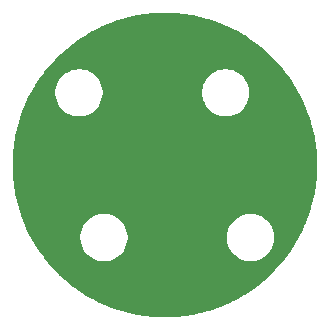
<source format=gbr>
%TF.GenerationSoftware,KiCad,Pcbnew,9.0.4*%
%TF.CreationDate,2025-10-04T22:45:10-03:00*%
%TF.ProjectId,encoder_magnetico,656e636f-6465-4725-9f6d-61676e657469,rev?*%
%TF.SameCoordinates,Original*%
%TF.FileFunction,Copper,L2,Bot*%
%TF.FilePolarity,Positive*%
%FSLAX46Y46*%
G04 Gerber Fmt 4.6, Leading zero omitted, Abs format (unit mm)*
G04 Created by KiCad (PCBNEW 9.0.4) date 2025-10-04 22:45:10*
%MOMM*%
%LPD*%
G01*
G04 APERTURE LIST*
%TA.AperFunction,ViaPad*%
%ADD10C,0.800000*%
%TD*%
G04 APERTURE END LIST*
D10*
%TO.N,GND*%
X43180000Y-49530000D03*
X50800000Y-45085000D03*
X47625000Y-59055000D03*
%TD*%
%TA.AperFunction,Conductor*%
%TO.N,GND*%
G36*
X50265134Y-37104932D02*
G01*
X50265638Y-37104939D01*
X50361860Y-37106276D01*
X50366470Y-37106429D01*
X50925768Y-37135741D01*
X50927562Y-37135850D01*
X51051379Y-37144470D01*
X51055609Y-37144839D01*
X51595901Y-37201626D01*
X51598249Y-37201897D01*
X51736710Y-37219311D01*
X51740520Y-37219852D01*
X52267838Y-37303371D01*
X52270527Y-37303829D01*
X52415498Y-37330316D01*
X52418878Y-37330984D01*
X52937254Y-37441169D01*
X52940500Y-37441904D01*
X53006305Y-37457751D01*
X53085221Y-37476755D01*
X53088278Y-37477532D01*
X53601220Y-37614975D01*
X53604652Y-37615950D01*
X53743327Y-37657622D01*
X53745866Y-37658416D01*
X54256644Y-37824378D01*
X54260514Y-37825707D01*
X54386582Y-37871371D01*
X54388486Y-37872082D01*
X54901380Y-38068963D01*
X54905545Y-38070650D01*
X55010391Y-38115365D01*
X55012181Y-38116145D01*
X55168784Y-38185869D01*
X55533108Y-38348076D01*
X55537511Y-38350143D01*
X55608794Y-38385347D01*
X55610056Y-38385980D01*
X56149704Y-38660945D01*
X56154399Y-38663467D01*
X56168360Y-38671356D01*
X56169346Y-38671918D01*
X56737178Y-38999756D01*
X56742677Y-39003126D01*
X57303651Y-39367427D01*
X57308967Y-39371080D01*
X57787351Y-39718647D01*
X57850084Y-39764225D01*
X57855229Y-39768172D01*
X57910410Y-39812857D01*
X58375034Y-40189102D01*
X58379970Y-40193318D01*
X58877020Y-40640863D01*
X58881729Y-40645332D01*
X59354667Y-41118270D01*
X59359136Y-41122979D01*
X59785829Y-41596870D01*
X59786671Y-41597815D01*
X59812264Y-41626829D01*
X59815638Y-41630820D01*
X60189071Y-42091971D01*
X60190111Y-42093274D01*
X60246649Y-42165044D01*
X60249561Y-42168892D01*
X60580483Y-42624366D01*
X60581685Y-42626049D01*
X60651090Y-42725006D01*
X60653565Y-42728673D01*
X60950382Y-43185733D01*
X60951707Y-43187818D01*
X61024398Y-43304790D01*
X61026465Y-43308240D01*
X61293838Y-43771345D01*
X61295245Y-43773849D01*
X61365508Y-43902332D01*
X61367199Y-43905533D01*
X61607904Y-44377942D01*
X61609352Y-44380879D01*
X61673441Y-44515322D01*
X61674776Y-44518218D01*
X61785722Y-44767407D01*
X61890578Y-45002919D01*
X61892006Y-45006258D01*
X61914298Y-45060609D01*
X61947266Y-45140990D01*
X61948304Y-45143606D01*
X62140329Y-45643848D01*
X62141728Y-45647680D01*
X62186235Y-45776098D01*
X62187003Y-45778386D01*
X62356038Y-46298622D01*
X62357346Y-46302909D01*
X62389593Y-46415896D01*
X62390129Y-46417833D01*
X62536748Y-46965023D01*
X62537918Y-46969763D01*
X62556827Y-47053370D01*
X62557172Y-47054943D01*
X62681735Y-47640965D01*
X62682724Y-47646159D01*
X62687389Y-47673867D01*
X62687583Y-47675056D01*
X62788633Y-48313059D01*
X62789481Y-48319495D01*
X62859396Y-48984692D01*
X62859905Y-48991164D01*
X62894910Y-49659086D01*
X62895080Y-49665576D01*
X62895080Y-50334423D01*
X62894910Y-50340913D01*
X62859905Y-51008835D01*
X62859396Y-51015307D01*
X62789481Y-51680504D01*
X62788633Y-51686940D01*
X62687583Y-52324942D01*
X62687389Y-52326131D01*
X62682724Y-52353839D01*
X62681735Y-52359033D01*
X62557172Y-52945055D01*
X62556827Y-52946628D01*
X62537918Y-53030235D01*
X62536748Y-53034975D01*
X62390129Y-53582165D01*
X62389593Y-53584102D01*
X62357346Y-53697089D01*
X62356038Y-53701376D01*
X62187003Y-54221612D01*
X62186235Y-54223900D01*
X62141728Y-54352318D01*
X62140329Y-54356150D01*
X61948304Y-54856392D01*
X61947266Y-54859008D01*
X61892024Y-54993698D01*
X61890578Y-54997079D01*
X61674788Y-55481753D01*
X61673441Y-55484676D01*
X61609352Y-55619119D01*
X61607904Y-55622056D01*
X61367199Y-56094465D01*
X61365508Y-56097666D01*
X61295245Y-56226149D01*
X61293838Y-56228653D01*
X61026465Y-56691758D01*
X61024398Y-56695208D01*
X60951707Y-56812180D01*
X60950382Y-56814265D01*
X60653565Y-57271325D01*
X60651090Y-57274992D01*
X60581685Y-57373949D01*
X60580483Y-57375632D01*
X60249561Y-57831106D01*
X60246649Y-57834954D01*
X60190111Y-57906724D01*
X60189071Y-57908027D01*
X59815638Y-58369178D01*
X59812265Y-58373168D01*
X59786672Y-58402183D01*
X59785829Y-58403129D01*
X59359136Y-58877020D01*
X59354667Y-58881729D01*
X58881729Y-59354667D01*
X58877020Y-59359136D01*
X58379970Y-59806681D01*
X58375034Y-59810897D01*
X57855235Y-60231822D01*
X57850084Y-60235774D01*
X57308984Y-60628907D01*
X57303634Y-60632584D01*
X56742695Y-60996862D01*
X56737160Y-61000254D01*
X56169358Y-61328073D01*
X56168358Y-61328644D01*
X56154396Y-61336533D01*
X56149691Y-61339060D01*
X55610084Y-61614004D01*
X55608698Y-61614699D01*
X55537556Y-61649834D01*
X55533082Y-61651934D01*
X55012181Y-61883853D01*
X55010391Y-61884633D01*
X54905576Y-61929335D01*
X54901369Y-61931039D01*
X54388610Y-62127870D01*
X54386401Y-62128694D01*
X54260555Y-62174277D01*
X54256644Y-62175620D01*
X53745912Y-62341567D01*
X53743280Y-62342390D01*
X53604731Y-62384025D01*
X53601138Y-62385046D01*
X53088283Y-62522464D01*
X53085221Y-62523243D01*
X52940504Y-62558093D01*
X52937254Y-62558829D01*
X52418935Y-62669002D01*
X52415441Y-62669693D01*
X52270624Y-62696152D01*
X52267735Y-62696644D01*
X51740578Y-62780137D01*
X51736653Y-62780695D01*
X51598329Y-62798091D01*
X51595818Y-62798381D01*
X51055669Y-62855153D01*
X51051319Y-62855533D01*
X50927719Y-62864138D01*
X50925597Y-62864267D01*
X50366549Y-62893566D01*
X50361783Y-62893724D01*
X50265134Y-62895068D01*
X50263410Y-62895080D01*
X49675441Y-62895080D01*
X49670268Y-62894972D01*
X49669247Y-62894929D01*
X49621871Y-62892951D01*
X49620556Y-62892889D01*
X48991165Y-62859905D01*
X48984692Y-62859396D01*
X48319495Y-62789481D01*
X48313059Y-62788633D01*
X47652460Y-62684004D01*
X47646077Y-62682821D01*
X46991859Y-62543763D01*
X46985546Y-62542248D01*
X46339473Y-62369133D01*
X46333249Y-62367289D01*
X45697149Y-62160608D01*
X45691029Y-62158441D01*
X45094187Y-61929335D01*
X45068888Y-61919623D01*
X45067883Y-61919232D01*
X45065096Y-61918133D01*
X45060149Y-61916058D01*
X44500723Y-61666986D01*
X44499361Y-61666369D01*
X44433319Y-61636006D01*
X44428821Y-61633828D01*
X43917258Y-61373174D01*
X43915637Y-61372332D01*
X43865966Y-61346060D01*
X43818234Y-61320812D01*
X43814213Y-61318588D01*
X43336501Y-61042782D01*
X43334522Y-61041615D01*
X43265854Y-61000254D01*
X43221753Y-60973691D01*
X43218209Y-60971473D01*
X42766715Y-60678269D01*
X42764467Y-60676774D01*
X42645805Y-60595988D01*
X42642738Y-60593831D01*
X42374372Y-60398851D01*
X42212647Y-60281351D01*
X42210161Y-60279496D01*
X42092252Y-60189238D01*
X42089589Y-60187141D01*
X41677824Y-59853702D01*
X41675168Y-59851488D01*
X41562953Y-59755243D01*
X41560754Y-59753310D01*
X41409419Y-59617048D01*
X41164710Y-59396710D01*
X41161848Y-59394051D01*
X41060077Y-59296438D01*
X41058277Y-59294674D01*
X40675477Y-58911874D01*
X40672484Y-58908775D01*
X40586043Y-58816108D01*
X40584623Y-58814559D01*
X40214170Y-58403129D01*
X40211958Y-58400672D01*
X40208887Y-58397129D01*
X40143774Y-58319042D01*
X40142787Y-58317840D01*
X39775824Y-57864678D01*
X39772695Y-57860647D01*
X39750726Y-57831106D01*
X39738537Y-57814715D01*
X39737781Y-57813687D01*
X39371068Y-57308950D01*
X39367427Y-57303651D01*
X39003126Y-56742677D01*
X38999756Y-56737178D01*
X38665326Y-56157927D01*
X38662228Y-56152222D01*
X38605255Y-56040406D01*
X38578635Y-55988162D01*
X42846414Y-55988162D01*
X42846414Y-56250417D01*
X42873037Y-56452629D01*
X42880644Y-56510406D01*
X42948516Y-56763708D01*
X42948519Y-56763718D01*
X43048867Y-57005980D01*
X43048872Y-57005990D01*
X43179989Y-57233093D01*
X43339632Y-57441141D01*
X43339640Y-57441150D01*
X43525054Y-57626564D01*
X43525062Y-57626571D01*
X43733110Y-57786214D01*
X43960213Y-57917331D01*
X43960223Y-57917336D01*
X44202485Y-58017684D01*
X44202495Y-58017688D01*
X44455798Y-58085560D01*
X44715794Y-58119790D01*
X44715801Y-58119790D01*
X44978027Y-58119790D01*
X44978034Y-58119790D01*
X45238030Y-58085560D01*
X45491333Y-58017688D01*
X45733611Y-57917333D01*
X45960717Y-57786214D01*
X46168765Y-57626572D01*
X46168769Y-57626567D01*
X46168774Y-57626564D01*
X46354188Y-57441150D01*
X46354191Y-57441145D01*
X46354196Y-57441141D01*
X46513838Y-57233093D01*
X46644957Y-57005987D01*
X46745312Y-56763709D01*
X46813184Y-56510406D01*
X46847414Y-56250410D01*
X46847414Y-55988170D01*
X46847413Y-55988162D01*
X55266156Y-55988162D01*
X55266156Y-56250417D01*
X55292779Y-56452629D01*
X55300386Y-56510406D01*
X55368258Y-56763708D01*
X55368261Y-56763718D01*
X55468609Y-57005980D01*
X55468614Y-57005990D01*
X55599731Y-57233093D01*
X55759374Y-57441141D01*
X55759382Y-57441150D01*
X55944796Y-57626564D01*
X55944804Y-57626571D01*
X56152852Y-57786214D01*
X56379955Y-57917331D01*
X56379965Y-57917336D01*
X56622227Y-58017684D01*
X56622237Y-58017688D01*
X56875540Y-58085560D01*
X57135536Y-58119790D01*
X57135543Y-58119790D01*
X57397769Y-58119790D01*
X57397776Y-58119790D01*
X57657772Y-58085560D01*
X57911075Y-58017688D01*
X58153353Y-57917333D01*
X58380459Y-57786214D01*
X58588507Y-57626572D01*
X58588511Y-57626567D01*
X58588516Y-57626564D01*
X58773930Y-57441150D01*
X58773933Y-57441145D01*
X58773938Y-57441141D01*
X58933580Y-57233093D01*
X59064699Y-57005987D01*
X59165054Y-56763709D01*
X59232926Y-56510406D01*
X59267156Y-56250410D01*
X59267156Y-55988170D01*
X59232926Y-55728174D01*
X59165054Y-55474871D01*
X59165050Y-55474861D01*
X59064702Y-55232599D01*
X59064697Y-55232589D01*
X58933580Y-55005486D01*
X58773937Y-54797438D01*
X58773930Y-54797430D01*
X58588516Y-54612016D01*
X58588507Y-54612008D01*
X58380459Y-54452365D01*
X58153356Y-54321248D01*
X58153346Y-54321243D01*
X57911084Y-54220895D01*
X57911077Y-54220893D01*
X57911075Y-54220892D01*
X57657772Y-54153020D01*
X57599995Y-54145413D01*
X57397783Y-54118790D01*
X57397776Y-54118790D01*
X57135536Y-54118790D01*
X57135528Y-54118790D01*
X56904428Y-54149216D01*
X56875540Y-54153020D01*
X56622237Y-54220892D01*
X56622227Y-54220895D01*
X56379965Y-54321243D01*
X56379955Y-54321248D01*
X56152852Y-54452365D01*
X55944804Y-54612008D01*
X55759374Y-54797438D01*
X55599731Y-55005486D01*
X55468614Y-55232589D01*
X55468609Y-55232599D01*
X55368261Y-55474861D01*
X55368258Y-55474871D01*
X55348018Y-55550410D01*
X55300386Y-55728175D01*
X55266156Y-55988162D01*
X46847413Y-55988162D01*
X46813184Y-55728174D01*
X46745312Y-55474871D01*
X46745308Y-55474861D01*
X46644960Y-55232599D01*
X46644955Y-55232589D01*
X46513838Y-55005486D01*
X46354195Y-54797438D01*
X46354188Y-54797430D01*
X46168774Y-54612016D01*
X46168765Y-54612008D01*
X45960717Y-54452365D01*
X45733614Y-54321248D01*
X45733604Y-54321243D01*
X45491342Y-54220895D01*
X45491335Y-54220893D01*
X45491333Y-54220892D01*
X45238030Y-54153020D01*
X45180253Y-54145413D01*
X44978041Y-54118790D01*
X44978034Y-54118790D01*
X44715794Y-54118790D01*
X44715786Y-54118790D01*
X44484686Y-54149216D01*
X44455798Y-54153020D01*
X44202495Y-54220892D01*
X44202485Y-54220895D01*
X43960223Y-54321243D01*
X43960213Y-54321248D01*
X43733110Y-54452365D01*
X43525062Y-54612008D01*
X43339632Y-54797438D01*
X43179989Y-55005486D01*
X43048872Y-55232589D01*
X43048867Y-55232599D01*
X42948519Y-55474861D01*
X42948516Y-55474871D01*
X42928276Y-55550410D01*
X42880644Y-55728175D01*
X42846414Y-55988162D01*
X38578635Y-55988162D01*
X38530635Y-55893958D01*
X38358565Y-55556253D01*
X38355787Y-55550427D01*
X38083734Y-54939386D01*
X38081252Y-54933393D01*
X37896603Y-54452366D01*
X37841553Y-54308958D01*
X37839391Y-54302850D01*
X37812995Y-54221612D01*
X37632706Y-53666739D01*
X37630866Y-53660526D01*
X37610388Y-53584102D01*
X37470905Y-53063543D01*
X37470542Y-53062155D01*
X37454367Y-52998864D01*
X37453246Y-52994075D01*
X37332965Y-52428196D01*
X37332635Y-52426585D01*
X37312102Y-52322411D01*
X37311300Y-52317899D01*
X37224592Y-51770444D01*
X37224307Y-51768536D01*
X37206363Y-51640285D01*
X37205855Y-51636136D01*
X37149420Y-51099194D01*
X37149183Y-51096676D01*
X37137314Y-50954702D01*
X37137066Y-50951061D01*
X37109205Y-50419440D01*
X37109092Y-50416622D01*
X37104968Y-50268301D01*
X37104920Y-50264855D01*
X37104920Y-49735143D01*
X37104968Y-49731697D01*
X37109092Y-49583370D01*
X37109205Y-49580567D01*
X37137067Y-49048929D01*
X37137313Y-49045306D01*
X37149184Y-48903305D01*
X37149418Y-48900824D01*
X37205857Y-48363848D01*
X37206361Y-48359728D01*
X37224311Y-48231432D01*
X37224586Y-48229594D01*
X37311303Y-47682082D01*
X37312098Y-47677606D01*
X37332645Y-47573361D01*
X37332951Y-47571866D01*
X37453251Y-47005901D01*
X37454361Y-47001156D01*
X37470576Y-46937712D01*
X37470883Y-46936539D01*
X37630872Y-46339452D01*
X37632703Y-46333270D01*
X37839399Y-45697125D01*
X37841549Y-45691053D01*
X38081258Y-45066589D01*
X38083728Y-45060626D01*
X38355794Y-44449557D01*
X38358558Y-44443761D01*
X38662236Y-43847761D01*
X38665317Y-43842087D01*
X38718725Y-43749582D01*
X40732844Y-43749582D01*
X40732844Y-44011837D01*
X40759467Y-44214049D01*
X40767074Y-44271826D01*
X40834946Y-44525128D01*
X40834949Y-44525138D01*
X40935297Y-44767400D01*
X40935302Y-44767410D01*
X41066419Y-44994513D01*
X41226062Y-45202561D01*
X41226070Y-45202570D01*
X41411484Y-45387984D01*
X41411492Y-45387991D01*
X41619540Y-45547634D01*
X41846643Y-45678751D01*
X41846653Y-45678756D01*
X42081658Y-45776098D01*
X42088925Y-45779108D01*
X42342228Y-45846980D01*
X42602224Y-45881210D01*
X42602231Y-45881210D01*
X42864457Y-45881210D01*
X42864464Y-45881210D01*
X43124460Y-45846980D01*
X43377763Y-45779108D01*
X43620041Y-45678753D01*
X43847147Y-45547634D01*
X44055195Y-45387992D01*
X44055199Y-45387987D01*
X44055204Y-45387984D01*
X44240618Y-45202570D01*
X44240621Y-45202565D01*
X44240626Y-45202561D01*
X44400268Y-44994513D01*
X44531387Y-44767407D01*
X44631742Y-44525129D01*
X44699614Y-44271826D01*
X44733844Y-44011830D01*
X44733844Y-43749590D01*
X44733843Y-43749582D01*
X53152586Y-43749582D01*
X53152586Y-44011837D01*
X53179209Y-44214049D01*
X53186816Y-44271826D01*
X53254688Y-44525128D01*
X53254691Y-44525138D01*
X53355039Y-44767400D01*
X53355044Y-44767410D01*
X53486161Y-44994513D01*
X53645804Y-45202561D01*
X53645812Y-45202570D01*
X53831226Y-45387984D01*
X53831234Y-45387991D01*
X54039282Y-45547634D01*
X54266385Y-45678751D01*
X54266395Y-45678756D01*
X54501400Y-45776098D01*
X54508667Y-45779108D01*
X54761970Y-45846980D01*
X55021966Y-45881210D01*
X55021973Y-45881210D01*
X55284199Y-45881210D01*
X55284206Y-45881210D01*
X55544202Y-45846980D01*
X55797505Y-45779108D01*
X56039783Y-45678753D01*
X56266889Y-45547634D01*
X56474937Y-45387992D01*
X56474941Y-45387987D01*
X56474946Y-45387984D01*
X56660360Y-45202570D01*
X56660363Y-45202565D01*
X56660368Y-45202561D01*
X56820010Y-44994513D01*
X56951129Y-44767407D01*
X57051484Y-44525129D01*
X57119356Y-44271826D01*
X57153586Y-44011830D01*
X57153586Y-43749590D01*
X57119356Y-43489594D01*
X57051484Y-43236291D01*
X57030542Y-43185733D01*
X56951132Y-42994019D01*
X56951127Y-42994009D01*
X56820010Y-42766906D01*
X56660367Y-42558858D01*
X56660360Y-42558850D01*
X56474946Y-42373436D01*
X56474937Y-42373428D01*
X56266889Y-42213785D01*
X56039786Y-42082668D01*
X56039776Y-42082663D01*
X55797514Y-41982315D01*
X55797507Y-41982313D01*
X55797505Y-41982312D01*
X55544202Y-41914440D01*
X55486425Y-41906833D01*
X55284213Y-41880210D01*
X55284206Y-41880210D01*
X55021966Y-41880210D01*
X55021958Y-41880210D01*
X54790858Y-41910636D01*
X54761970Y-41914440D01*
X54508667Y-41982312D01*
X54508657Y-41982315D01*
X54266395Y-42082663D01*
X54266385Y-42082668D01*
X54039282Y-42213785D01*
X53831234Y-42373428D01*
X53645804Y-42558858D01*
X53486161Y-42766906D01*
X53355044Y-42994009D01*
X53355039Y-42994019D01*
X53254691Y-43236281D01*
X53254688Y-43236291D01*
X53186816Y-43489595D01*
X53152586Y-43749582D01*
X44733843Y-43749582D01*
X44699614Y-43489594D01*
X44631742Y-43236291D01*
X44610800Y-43185733D01*
X44531390Y-42994019D01*
X44531385Y-42994009D01*
X44400268Y-42766906D01*
X44240625Y-42558858D01*
X44240618Y-42558850D01*
X44055204Y-42373436D01*
X44055195Y-42373428D01*
X43847147Y-42213785D01*
X43620044Y-42082668D01*
X43620034Y-42082663D01*
X43377772Y-41982315D01*
X43377765Y-41982313D01*
X43377763Y-41982312D01*
X43124460Y-41914440D01*
X43066683Y-41906833D01*
X42864471Y-41880210D01*
X42864464Y-41880210D01*
X42602224Y-41880210D01*
X42602216Y-41880210D01*
X42371116Y-41910636D01*
X42342228Y-41914440D01*
X42088925Y-41982312D01*
X42088915Y-41982315D01*
X41846653Y-42082663D01*
X41846643Y-42082668D01*
X41619540Y-42213785D01*
X41411492Y-42373428D01*
X41226062Y-42558858D01*
X41066419Y-42766906D01*
X40935302Y-42994009D01*
X40935297Y-42994019D01*
X40834949Y-43236281D01*
X40834946Y-43236291D01*
X40767074Y-43489595D01*
X40732844Y-43749582D01*
X38718725Y-43749582D01*
X38999766Y-43262804D01*
X39003115Y-43257339D01*
X39367438Y-42696330D01*
X39371068Y-42691049D01*
X39737872Y-42186187D01*
X39738420Y-42185441D01*
X39772738Y-42139294D01*
X39775786Y-42135368D01*
X40142912Y-41682004D01*
X40143664Y-41681089D01*
X40208930Y-41602818D01*
X40211920Y-41599368D01*
X40584727Y-41185324D01*
X40585937Y-41184005D01*
X40672510Y-41091195D01*
X40675419Y-41088183D01*
X41058380Y-40705222D01*
X41059981Y-40703653D01*
X41161921Y-40605878D01*
X41164667Y-40603327D01*
X41560851Y-40246602D01*
X41562858Y-40244837D01*
X41675250Y-40148440D01*
X41677736Y-40146369D01*
X42089625Y-39812828D01*
X42092181Y-39810815D01*
X42210240Y-39720442D01*
X42212569Y-39718704D01*
X42642825Y-39406105D01*
X42645710Y-39404076D01*
X42764519Y-39323188D01*
X42766615Y-39321795D01*
X43218288Y-39028475D01*
X43221668Y-39026360D01*
X43334676Y-38958291D01*
X43336369Y-38957293D01*
X43814251Y-38681388D01*
X43818176Y-38679217D01*
X43915838Y-38627560D01*
X43917020Y-38626946D01*
X44428864Y-38366148D01*
X44433275Y-38364012D01*
X44499614Y-38333514D01*
X44500494Y-38333115D01*
X45060201Y-38083917D01*
X45065066Y-38081877D01*
X45068275Y-38080613D01*
X45068517Y-38080518D01*
X45691045Y-37841552D01*
X45697121Y-37839400D01*
X46333270Y-37632703D01*
X46339452Y-37630872D01*
X46985567Y-37457745D01*
X46991837Y-37456241D01*
X47646079Y-37317177D01*
X47652460Y-37315995D01*
X48313084Y-37211362D01*
X48319465Y-37210521D01*
X48984728Y-37140600D01*
X48991132Y-37140096D01*
X49620774Y-37107097D01*
X49621715Y-37107053D01*
X49663825Y-37105296D01*
X49670271Y-37105028D01*
X49675438Y-37104920D01*
X50263412Y-37104920D01*
X50265134Y-37104932D01*
G37*
%TD.AperFunction*%
%TD*%
M02*

</source>
